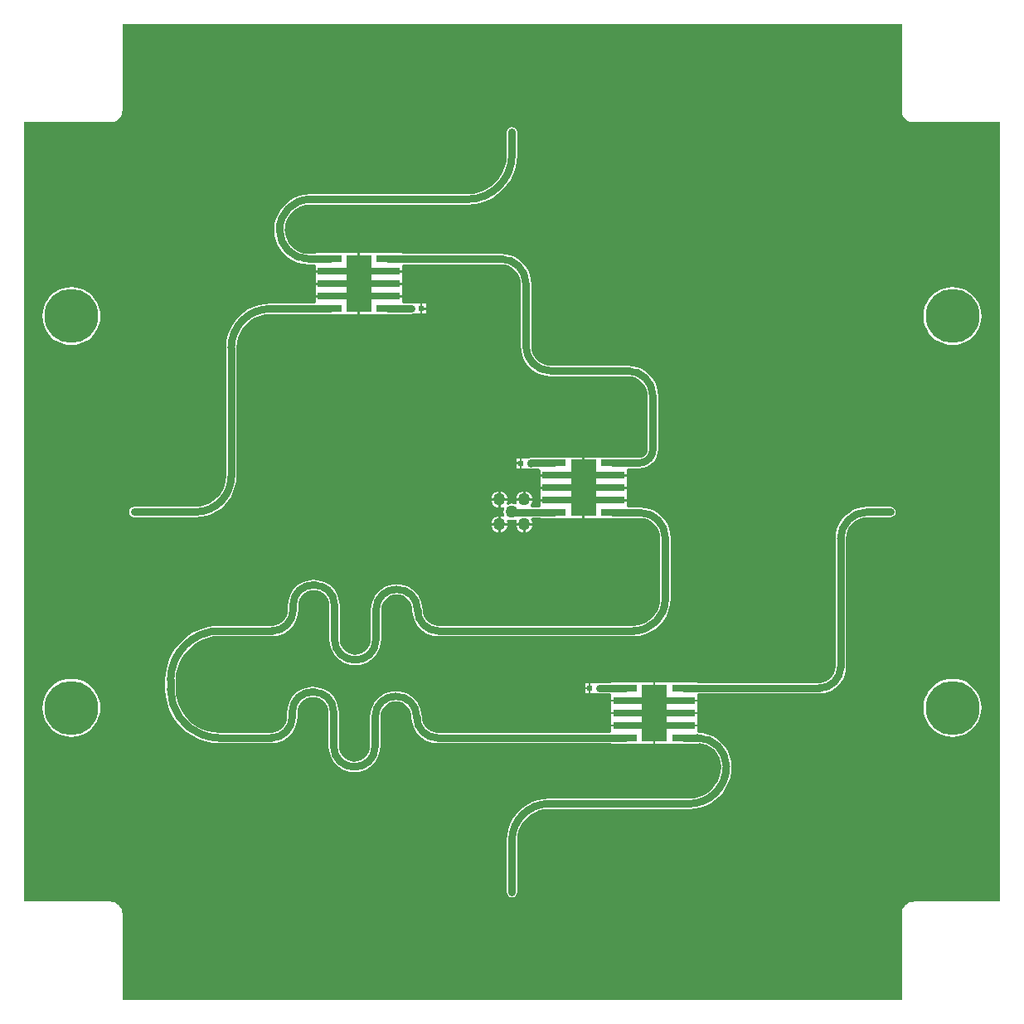
<source format=gbl>
G04*
G04 #@! TF.GenerationSoftware,Altium Limited,Altium Designer,22.1.2 (22)*
G04*
G04 Layer_Physical_Order=2*
G04 Layer_Color=16711680*
%FSLAX25Y25*%
%MOIN*%
G70*
G04*
G04 #@! TF.SameCoordinates,A02CA134-AAF4-468B-A2AC-DD95B3683172*
G04*
G04*
G04 #@! TF.FilePolarity,Positive*
G04*
G01*
G75*
%ADD18C,0.02900*%
%ADD19C,0.05000*%
%ADD20C,0.21654*%
%ADD21C,0.02362*%
%ADD22C,0.02900*%
%ADD23R,0.09500X0.03000*%
%ADD24R,0.10000X0.23000*%
%ADD25R,0.01968X0.02362*%
%ADD26C,0.02568*%
G36*
X353578Y357718D02*
X353582Y357698D01*
X353579Y357679D01*
X353598Y357293D01*
X353612Y357235D01*
Y357175D01*
X353763Y356419D01*
X353793Y356346D01*
X353809Y356268D01*
X354104Y355555D01*
X354148Y355489D01*
X354178Y355416D01*
X354607Y354774D01*
X354663Y354718D01*
X354707Y354653D01*
X355252Y354107D01*
X355318Y354063D01*
X355374Y354007D01*
X356016Y353578D01*
X356089Y353548D01*
X356155Y353504D01*
X356868Y353209D01*
X356945Y353193D01*
X357018Y353163D01*
X357775Y353013D01*
X357835D01*
X357892Y352998D01*
X358278Y352979D01*
X358298Y352982D01*
X358318Y352978D01*
X392948D01*
Y39623D01*
X358318D01*
X358298Y39619D01*
X358278Y39622D01*
X357892Y39603D01*
X357835Y39589D01*
X357775D01*
X357018Y39438D01*
X356945Y39408D01*
X356868Y39393D01*
X356155Y39097D01*
X356089Y39053D01*
X356016Y39023D01*
X355374Y38594D01*
X355318Y38538D01*
X355252Y38494D01*
X354707Y37949D01*
X354663Y37883D01*
X354607Y37827D01*
X354178Y37185D01*
X354148Y37112D01*
X354104Y37047D01*
X353809Y36333D01*
X353793Y36256D01*
X353763Y36183D01*
X353612Y35426D01*
Y35366D01*
X353598Y35309D01*
X353579Y34923D01*
X353582Y34903D01*
X353578Y34883D01*
Y253D01*
X40223D01*
Y34883D01*
X40219Y34903D01*
X40222Y34923D01*
X40203Y35309D01*
X40189Y35366D01*
Y35426D01*
X40038Y36183D01*
X40008Y36256D01*
X39992Y36333D01*
X39697Y37047D01*
X39653Y37112D01*
X39623Y37185D01*
X39194Y37827D01*
X39138Y37883D01*
X39094Y37949D01*
X38548Y38494D01*
X38483Y38538D01*
X38427Y38594D01*
X37785Y39023D01*
X37712Y39053D01*
X37646Y39097D01*
X36933Y39393D01*
X36856Y39408D01*
X36783Y39438D01*
X36026Y39589D01*
X35966D01*
X35908Y39603D01*
X35522Y39622D01*
X35503Y39619D01*
X35483Y39623D01*
X853D01*
Y352978D01*
X35483D01*
X35503Y352982D01*
X35522Y352979D01*
X35908Y352998D01*
X35966Y353013D01*
X36026D01*
X36783Y353163D01*
X36856Y353193D01*
X36933Y353209D01*
X37646Y353504D01*
X37712Y353548D01*
X37785Y353578D01*
X38427Y354007D01*
X38483Y354063D01*
X38548Y354107D01*
X39094Y354653D01*
X39138Y354718D01*
X39194Y354774D01*
X39623Y355416D01*
X39653Y355489D01*
X39697Y355555D01*
X39992Y356268D01*
X40008Y356346D01*
X40038Y356419D01*
X40189Y357175D01*
Y357235D01*
X40203Y357293D01*
X40222Y357679D01*
X40219Y357698D01*
X40223Y357718D01*
Y392348D01*
X353578D01*
Y357718D01*
D02*
G37*
%LPC*%
G36*
X196850Y351093D02*
X196050Y350933D01*
X195371Y350480D01*
X194917Y349801D01*
X194758Y349000D01*
Y346129D01*
Y339882D01*
X194786Y339741D01*
X194602Y337406D01*
X194022Y334991D01*
X193072Y332696D01*
X191774Y330578D01*
X190161Y328689D01*
X188272Y327076D01*
X186155Y325779D01*
X183860Y324828D01*
X181445Y324248D01*
X179109Y324064D01*
X178969Y324093D01*
X115738D01*
Y324097D01*
X113486Y323919D01*
X111288Y323392D01*
X109201Y322527D01*
X107274Y321346D01*
X105555Y319879D01*
X104088Y318160D01*
X102907Y316234D01*
X102042Y314146D01*
X101515Y311949D01*
X101338Y309698D01*
X101339Y309697D01*
X101400Y308934D01*
X101509Y307539D01*
X102015Y305435D01*
X102843Y303435D01*
X103973Y301590D01*
X105379Y299945D01*
X107025Y298539D01*
X108870Y297408D01*
X110869Y296580D01*
X112973Y296075D01*
X115131Y295905D01*
X115161Y295907D01*
X117516D01*
X117950Y295300D01*
X117950Y294975D01*
Y293400D01*
X123500D01*
Y292600D01*
X117950D01*
Y291087D01*
X117950Y290500D01*
X117950Y289913D01*
Y288400D01*
X123500D01*
Y287600D01*
X117950D01*
Y286087D01*
X117950Y285500D01*
X117950Y284913D01*
Y283400D01*
X123500D01*
Y282600D01*
X117950D01*
Y281025D01*
X117950Y280700D01*
X117516Y280093D01*
X99769D01*
X99754Y280089D01*
X97438Y279938D01*
X95146Y279482D01*
X92934Y278731D01*
X90839Y277698D01*
X88897Y276400D01*
X87140Y274860D01*
X85600Y273103D01*
X84302Y271161D01*
X83269Y269066D01*
X82518Y266854D01*
X82062Y264562D01*
X81911Y262246D01*
X81907Y262231D01*
Y210641D01*
X81928Y210540D01*
X81784Y208720D01*
X81335Y206847D01*
X80598Y205067D01*
X79591Y203425D01*
X78340Y201959D01*
X76875Y200708D01*
X75232Y199702D01*
X73452Y198965D01*
X71579Y198515D01*
X69760Y198372D01*
X69658Y198392D01*
X45000D01*
X44199Y198232D01*
X43520Y197779D01*
X43067Y197100D01*
X42908Y196299D01*
X43067Y195499D01*
X43520Y194820D01*
X44199Y194366D01*
X45000Y194207D01*
X69658D01*
X69696Y194214D01*
X71803Y194352D01*
X73911Y194772D01*
X75946Y195462D01*
X77873Y196413D01*
X79660Y197607D01*
X81275Y199024D01*
X82692Y200639D01*
X83886Y202426D01*
X84837Y204354D01*
X85528Y206389D01*
X85947Y208496D01*
X86085Y210603D01*
X86093Y210641D01*
Y262231D01*
X86069Y262348D01*
X86229Y264376D01*
X86731Y266468D01*
X87554Y268455D01*
X88678Y270289D01*
X90075Y271925D01*
X91711Y273322D01*
X93545Y274446D01*
X95532Y275269D01*
X97624Y275771D01*
X99652Y275931D01*
X99769Y275907D01*
X118100D01*
Y275700D01*
X128663D01*
X129200Y275700D01*
X129987Y275700D01*
X134850D01*
Y288000D01*
Y300300D01*
X129987D01*
X129450Y300300D01*
X128663Y300300D01*
X118100D01*
Y300093D01*
X115157D01*
X115025Y300066D01*
X113250Y300241D01*
X111442Y300790D01*
X109775Y301681D01*
X108314Y302880D01*
X107115Y304341D01*
X106224Y306007D01*
X105675Y307816D01*
X105566Y308926D01*
X105527Y309697D01*
X105527Y309697D01*
X105527Y309698D01*
X105563Y310469D01*
X105684Y311696D01*
X106267Y313619D01*
X107215Y315391D01*
X108490Y316945D01*
X110043Y318219D01*
X111816Y319167D01*
X113739Y319750D01*
X115605Y319934D01*
X115738Y319907D01*
X178969D01*
Y319905D01*
X181576Y320076D01*
X184139Y320586D01*
X186614Y321426D01*
X188957Y322581D01*
X191130Y324033D01*
X193094Y325756D01*
X194817Y327721D01*
X196269Y329893D01*
X197425Y332237D01*
X198265Y334711D01*
X198775Y337274D01*
X198945Y339882D01*
X198943D01*
Y346129D01*
Y349000D01*
X198784Y349801D01*
X198330Y350480D01*
X197651Y350933D01*
X196850Y351093D01*
D02*
G37*
G36*
X141250Y300300D02*
X140663Y300300D01*
X135650D01*
Y288000D01*
Y275700D01*
X140663D01*
X141250Y275700D01*
X141837Y275700D01*
X152550D01*
Y275907D01*
X156500D01*
X157060Y276019D01*
X158284Y276019D01*
X159072Y276019D01*
X160037D01*
Y278000D01*
Y279981D01*
X159072D01*
X158653Y279981D01*
X157865Y279981D01*
X157060D01*
X156500Y280093D01*
X152984D01*
X152550Y280700D01*
X152550Y281087D01*
Y282600D01*
X147000D01*
Y283400D01*
X152550D01*
Y284913D01*
X152550Y285500D01*
X152550Y286087D01*
Y287600D01*
X147000D01*
Y288400D01*
X152550D01*
Y289913D01*
X152550Y290500D01*
X152550Y291087D01*
Y292600D01*
X147000D01*
Y293400D01*
X152550D01*
Y294913D01*
X152550Y295300D01*
X152984Y295907D01*
X192500D01*
X192596Y295926D01*
X194048Y295783D01*
X195537Y295332D01*
X196909Y294599D01*
X198112Y293612D01*
X199099Y292409D01*
X199832Y291037D01*
X200284Y289548D01*
X200427Y288096D01*
X200408Y288000D01*
Y263000D01*
X200412Y262976D01*
X200559Y261109D01*
X201002Y259264D01*
X201728Y257511D01*
X202719Y255894D01*
X203951Y254451D01*
X205394Y253219D01*
X207012Y252228D01*
X208764Y251502D01*
X210609Y251059D01*
X212475Y250912D01*
X212500Y250907D01*
X243500D01*
X243596Y250926D01*
X245048Y250783D01*
X246537Y250332D01*
X247909Y249599D01*
X249112Y248612D01*
X250098Y247409D01*
X250832Y246037D01*
X251284Y244548D01*
X251427Y243096D01*
X251408Y243000D01*
Y221500D01*
X251419Y221440D01*
X251310Y220607D01*
X250965Y219774D01*
X250416Y219059D01*
X249701Y218511D01*
X248869Y218166D01*
X248036Y218056D01*
X247976Y218068D01*
X242909D01*
Y218276D01*
X232196D01*
X231609Y218276D01*
X231021Y218276D01*
X226009D01*
Y205976D01*
Y193676D01*
X231021D01*
X231609Y193676D01*
X232196Y193676D01*
X242909D01*
Y193883D01*
X248500D01*
X248596Y193902D01*
X250048Y193759D01*
X251537Y193308D01*
X252909Y192574D01*
X254112Y191587D01*
X255099Y190385D01*
X255832Y189013D01*
X256283Y187524D01*
X256427Y186071D01*
X256407Y185976D01*
Y161293D01*
X256424Y161209D01*
X256299Y159615D01*
X255906Y157979D01*
X255262Y156424D01*
X254383Y154990D01*
X253290Y153710D01*
X252010Y152617D01*
X250576Y151738D01*
X249021Y151094D01*
X247385Y150701D01*
X245791Y150576D01*
X245707Y150593D01*
X167236D01*
X167167Y150579D01*
X166013Y150692D01*
X164837Y151049D01*
X163753Y151629D01*
X162803Y152408D01*
X162023Y153358D01*
X161444Y154442D01*
X161087Y155618D01*
X160974Y156773D01*
X160987Y156841D01*
Y156842D01*
X160974Y156909D01*
X160851Y158472D01*
X160469Y160063D01*
X159843Y161575D01*
X158988Y162970D01*
X157925Y164214D01*
X156681Y165276D01*
X155287Y166131D01*
X153775Y166757D01*
X152184Y167139D01*
X150553Y167267D01*
X148922Y167139D01*
X147332Y166757D01*
X145820Y166131D01*
X144425Y165276D01*
X143181Y164214D01*
X142119Y162970D01*
X141264Y161575D01*
X140638Y160063D01*
X140256Y158472D01*
X140133Y156909D01*
X140120Y156842D01*
Y145165D01*
X140133Y145096D01*
X140019Y143941D01*
X139663Y142765D01*
X139083Y141682D01*
X138304Y140732D01*
X137354Y139952D01*
X136270Y139372D01*
X135094Y139016D01*
X133871Y138895D01*
X132648Y139016D01*
X131471Y139372D01*
X130387Y139952D01*
X129437Y140732D01*
X128658Y141682D01*
X128078Y142765D01*
X127722Y143941D01*
X127608Y145096D01*
X127622Y145165D01*
Y158631D01*
X127608Y158698D01*
X127485Y160262D01*
X127103Y161853D01*
X126477Y163364D01*
X125622Y164759D01*
X124560Y166003D01*
X123316Y167066D01*
X121921Y167920D01*
X120410Y168546D01*
X118819Y168928D01*
X117188Y169057D01*
X115557Y168928D01*
X113966Y168546D01*
X112455Y167920D01*
X111060Y167066D01*
X109816Y166003D01*
X108753Y164759D01*
X107898Y163364D01*
X107272Y161853D01*
X106890Y160262D01*
X106767Y158698D01*
X106754Y158631D01*
Y156841D01*
X106768Y156773D01*
X106654Y155618D01*
X106297Y154442D01*
X105718Y153358D01*
X104938Y152408D01*
X103988Y151629D01*
X102904Y151049D01*
X101728Y150692D01*
X100574Y150579D01*
X100505Y150593D01*
X79445D01*
Y150599D01*
X76584Y150412D01*
X73771Y149852D01*
X71056Y148931D01*
X68484Y147662D01*
X66100Y146069D01*
X63944Y144178D01*
X62053Y142023D01*
X60460Y139638D01*
X59192Y137066D01*
X58270Y134351D01*
X57711Y131539D01*
X57523Y128677D01*
X57530D01*
Y125085D01*
X57524D01*
X57709Y122254D01*
X58263Y119473D01*
X59174Y116787D01*
X60429Y114243D01*
X62005Y111885D01*
X63875Y109752D01*
X66007Y107882D01*
X68365Y106306D01*
X70855Y105079D01*
X70909Y105052D01*
X71437Y104859D01*
X71472Y104835D01*
X71536Y104823D01*
X71536Y104823D01*
X71652Y104800D01*
X73595Y104140D01*
X76377Y103587D01*
X79207Y103401D01*
Y103408D01*
X100170D01*
X100238Y103421D01*
X101801Y103544D01*
X103392Y103926D01*
X104904Y104552D01*
X106298Y105407D01*
X107543Y106469D01*
X108605Y107713D01*
X109460Y109108D01*
X110086Y110620D01*
X110468Y112210D01*
X110591Y113774D01*
X110604Y113841D01*
Y115631D01*
X110591Y115700D01*
X110704Y116854D01*
X111061Y118030D01*
X111640Y119114D01*
X112420Y120064D01*
X113370Y120844D01*
X114454Y121423D01*
X115630Y121780D01*
X116853Y121900D01*
X118076Y121780D01*
X119252Y121423D01*
X120336Y120844D01*
X121286Y120064D01*
X122066Y119114D01*
X122645Y118030D01*
X123002Y116854D01*
X123116Y115700D01*
X123102Y115631D01*
Y102172D01*
X123115Y102105D01*
X123239Y100541D01*
X123620Y98950D01*
X124247Y97439D01*
X125101Y96044D01*
X126164Y94800D01*
X127408Y93737D01*
X128803Y92883D01*
X130314Y92256D01*
X131905Y91874D01*
X133536Y91746D01*
X135167Y91874D01*
X136758Y92256D01*
X138269Y92883D01*
X139664Y93737D01*
X140908Y94800D01*
X141971Y96044D01*
X142825Y97439D01*
X143451Y98950D01*
X143833Y100541D01*
X143956Y102105D01*
X143970Y102172D01*
Y113841D01*
X143956Y113910D01*
X144070Y115065D01*
X144427Y116241D01*
X145006Y117324D01*
X145786Y118274D01*
X146736Y119054D01*
X147819Y119633D01*
X148996Y119990D01*
X150219Y120111D01*
X151442Y119990D01*
X152618Y119633D01*
X153702Y119054D01*
X154652Y118274D01*
X155431Y117324D01*
X156011Y116241D01*
X156368Y115065D01*
X156481Y113910D01*
X156467Y113841D01*
Y113841D01*
X156481Y113774D01*
X156604Y112210D01*
X156986Y110620D01*
X157612Y109108D01*
X158467Y107713D01*
X159529Y106469D01*
X160773Y105407D01*
X162168Y104552D01*
X163680Y103926D01*
X165270Y103544D01*
X166834Y103421D01*
X166901Y103408D01*
X236700D01*
Y103200D01*
X247413D01*
X248000Y103200D01*
X248587Y103200D01*
X253600D01*
Y115500D01*
Y127800D01*
X248587D01*
X248000Y127800D01*
X247413Y127800D01*
X236700D01*
Y127593D01*
X231968D01*
X231409Y127481D01*
X230184Y127481D01*
X229397Y127481D01*
X228432D01*
Y125500D01*
Y123519D01*
X229397D01*
X229816Y123519D01*
X230603Y123519D01*
X231409D01*
X231968Y123407D01*
X236266D01*
X236700Y122800D01*
X236700Y122413D01*
Y120900D01*
X242250D01*
Y120100D01*
X236700D01*
Y118587D01*
X236700Y118000D01*
X236700Y117413D01*
Y115900D01*
X242250D01*
Y115100D01*
X236700D01*
Y113587D01*
X236700Y113000D01*
X236700Y112413D01*
Y110900D01*
X242250D01*
Y110100D01*
X236700D01*
Y108587D01*
X236700Y108200D01*
X236266Y107592D01*
X166901D01*
X166833Y107579D01*
X165678Y107693D01*
X164502Y108049D01*
X163418Y108629D01*
X162468Y109408D01*
X161689Y110358D01*
X161109Y111442D01*
X160752Y112618D01*
X160639Y113773D01*
X160652Y113841D01*
Y113841D01*
X160639Y113909D01*
X160516Y115472D01*
X160134Y117063D01*
X159508Y118575D01*
X158653Y119970D01*
X157591Y121214D01*
X156347Y122276D01*
X154952Y123131D01*
X153440Y123757D01*
X151850Y124139D01*
X150219Y124267D01*
X148588Y124139D01*
X146997Y123757D01*
X145485Y123131D01*
X144090Y122276D01*
X142847Y121214D01*
X141784Y119970D01*
X140929Y118575D01*
X140303Y117063D01*
X139921Y115472D01*
X139798Y113909D01*
X139785Y113841D01*
Y102172D01*
X139798Y102103D01*
X139685Y100949D01*
X139328Y99773D01*
X138749Y98689D01*
X137969Y97739D01*
X137019Y96959D01*
X135935Y96380D01*
X134759Y96023D01*
X133536Y95903D01*
X132313Y96023D01*
X131137Y96380D01*
X130053Y96959D01*
X129103Y97739D01*
X128323Y98689D01*
X127744Y99773D01*
X127387Y100949D01*
X127273Y102103D01*
X127287Y102172D01*
Y115631D01*
X127274Y115698D01*
X127151Y117262D01*
X126769Y118853D01*
X126143Y120364D01*
X125288Y121759D01*
X124225Y123003D01*
X122981Y124066D01*
X121586Y124920D01*
X120075Y125547D01*
X118484Y125928D01*
X116853Y126057D01*
X115222Y125928D01*
X113631Y125547D01*
X112120Y124920D01*
X110725Y124066D01*
X109481Y123003D01*
X108419Y121759D01*
X107564Y120364D01*
X106938Y118853D01*
X106556Y117262D01*
X106433Y115698D01*
X106419Y115631D01*
Y113841D01*
X106433Y113773D01*
X106319Y112618D01*
X105963Y111442D01*
X105383Y110358D01*
X104604Y109408D01*
X103654Y108629D01*
X102570Y108049D01*
X101393Y107693D01*
X100239Y107579D01*
X100170Y107592D01*
X79207D01*
X79102Y107572D01*
X76920Y107715D01*
X74673Y108162D01*
X72502Y108898D01*
X70447Y109912D01*
X68542Y111185D01*
X66819Y112696D01*
X65308Y114419D01*
X64034Y116325D01*
X63021Y118380D01*
X62284Y120550D01*
X61837Y122798D01*
X61694Y124980D01*
X61715Y125085D01*
Y128677D01*
X61694Y128784D01*
X61839Y130995D01*
X62292Y133273D01*
X63038Y135473D01*
X64066Y137557D01*
X65356Y139488D01*
X66888Y141234D01*
X68634Y142766D01*
X70566Y144057D01*
X72649Y145084D01*
X74849Y145831D01*
X77127Y146284D01*
X79338Y146429D01*
X79445Y146407D01*
X100505D01*
X100572Y146421D01*
X102136Y146544D01*
X103727Y146926D01*
X105238Y147552D01*
X106633Y148407D01*
X107877Y149469D01*
X108940Y150713D01*
X109794Y152108D01*
X110421Y153620D01*
X110802Y155210D01*
X110926Y156774D01*
X110939Y156841D01*
Y158631D01*
X110925Y158700D01*
X111039Y159854D01*
X111396Y161030D01*
X111975Y162114D01*
X112755Y163064D01*
X113705Y163844D01*
X114789Y164423D01*
X115965Y164780D01*
X117188Y164900D01*
X118411Y164780D01*
X119587Y164423D01*
X120671Y163844D01*
X121621Y163064D01*
X122400Y162114D01*
X122980Y161030D01*
X123337Y159854D01*
X123450Y158700D01*
X123437Y158631D01*
Y145165D01*
X123450Y145097D01*
X123573Y143534D01*
X123955Y141943D01*
X124581Y140431D01*
X125436Y139036D01*
X126498Y137792D01*
X127742Y136730D01*
X129137Y135875D01*
X130649Y135249D01*
X132240Y134867D01*
X133871Y134739D01*
X135502Y134867D01*
X137092Y135249D01*
X138604Y135875D01*
X139999Y136730D01*
X141243Y137792D01*
X142305Y139036D01*
X143160Y140431D01*
X143786Y141943D01*
X144168Y143534D01*
X144291Y145097D01*
X144304Y145165D01*
Y156842D01*
X144291Y156910D01*
X144404Y158065D01*
X144761Y159241D01*
X145341Y160325D01*
X146120Y161275D01*
X147070Y162054D01*
X148154Y162634D01*
X149330Y162990D01*
X150553Y163111D01*
X151776Y162990D01*
X152952Y162634D01*
X154036Y162054D01*
X154986Y161275D01*
X155766Y160325D01*
X156345Y159241D01*
X156702Y158065D01*
X156816Y156910D01*
X156802Y156842D01*
Y156841D01*
X156816Y156774D01*
X156939Y155210D01*
X157320Y153620D01*
X157947Y152108D01*
X158801Y150713D01*
X159864Y149469D01*
X161108Y148407D01*
X162503Y147552D01*
X164014Y146926D01*
X165605Y146544D01*
X167169Y146421D01*
X167236Y146407D01*
X245707D01*
Y146402D01*
X248037Y146585D01*
X250309Y147131D01*
X252467Y148025D01*
X254460Y149246D01*
X256237Y150763D01*
X257754Y152540D01*
X258975Y154533D01*
X259869Y156691D01*
X260415Y158963D01*
X260598Y161293D01*
X260593D01*
Y185976D01*
X260588Y186000D01*
X260441Y187867D01*
X259998Y189712D01*
X259272Y191464D01*
X258281Y193082D01*
X257049Y194524D01*
X255606Y195756D01*
X253989Y196748D01*
X252236Y197474D01*
X250391Y197916D01*
X248524Y198063D01*
X248500Y198068D01*
X243343D01*
X242909Y198676D01*
X242909Y199063D01*
Y200576D01*
X237359D01*
Y201376D01*
X242909D01*
Y202888D01*
X242909Y203476D01*
X242909Y204063D01*
Y205576D01*
X237359D01*
Y206376D01*
X242909D01*
Y207888D01*
X242909Y208476D01*
X242909Y209063D01*
Y210576D01*
X237359D01*
Y211376D01*
X242909D01*
Y212888D01*
X242909Y213276D01*
X243343Y213883D01*
X247976D01*
X248011Y213890D01*
X249461Y214033D01*
X250889Y214466D01*
X252205Y215170D01*
X253359Y216117D01*
X254306Y217270D01*
X255009Y218587D01*
X255443Y220015D01*
X255585Y221465D01*
X255592Y221500D01*
Y243000D01*
X255588Y243024D01*
X255441Y244891D01*
X254998Y246736D01*
X254272Y248488D01*
X253281Y250106D01*
X252049Y251549D01*
X250606Y252781D01*
X248989Y253772D01*
X247236Y254498D01*
X245391Y254941D01*
X243525Y255088D01*
X243500Y255093D01*
X212500D01*
X212404Y255073D01*
X210952Y255217D01*
X209463Y255668D01*
X208091Y256401D01*
X206888Y257388D01*
X205902Y258591D01*
X205168Y259963D01*
X204716Y261452D01*
X204573Y262904D01*
X204592Y263000D01*
Y288000D01*
X204588Y288024D01*
X204441Y289891D01*
X203998Y291736D01*
X203272Y293489D01*
X202281Y295106D01*
X201049Y296549D01*
X199606Y297781D01*
X197988Y298772D01*
X196236Y299498D01*
X194391Y299941D01*
X192525Y300088D01*
X192500Y300093D01*
X152550D01*
Y300300D01*
X141837D01*
X141250Y300300D01*
D02*
G37*
G36*
X160837Y279981D02*
Y278400D01*
X162221D01*
Y279981D01*
X160837D01*
D02*
G37*
G36*
X162221Y277600D02*
X160837D01*
Y276019D01*
X162221D01*
Y277600D01*
D02*
G37*
G36*
X19737Y286703D02*
X17912Y286560D01*
X16132Y286133D01*
X14442Y285432D01*
X12881Y284476D01*
X11490Y283288D01*
X10301Y281896D01*
X9345Y280336D01*
X8645Y278645D01*
X8217Y276865D01*
X8074Y275041D01*
X8217Y273216D01*
X8645Y271437D01*
X9345Y269746D01*
X10301Y268186D01*
X11490Y266794D01*
X12881Y265605D01*
X14442Y264649D01*
X16132Y263949D01*
X17912Y263522D01*
X19737Y263378D01*
X21561Y263522D01*
X23340Y263949D01*
X25031Y264649D01*
X26592Y265605D01*
X27983Y266794D01*
X29172Y268186D01*
X30128Y269746D01*
X30828Y271437D01*
X31256Y273216D01*
X31399Y275041D01*
X31256Y276865D01*
X30828Y278645D01*
X30128Y280336D01*
X29172Y281896D01*
X27983Y283288D01*
X26592Y284476D01*
X25031Y285432D01*
X23340Y286133D01*
X21561Y286560D01*
X19737Y286703D01*
D02*
G37*
G36*
X373964Y286703D02*
X372140Y286560D01*
X370360Y286133D01*
X368669Y285432D01*
X367109Y284476D01*
X365717Y283288D01*
X364529Y281896D01*
X363573Y280336D01*
X362872Y278645D01*
X362445Y276865D01*
X362301Y275041D01*
X362445Y273216D01*
X362872Y271437D01*
X363573Y269746D01*
X364529Y268186D01*
X365717Y266794D01*
X367109Y265605D01*
X368669Y264649D01*
X370360Y263949D01*
X372140Y263522D01*
X373964Y263378D01*
X375789Y263522D01*
X377568Y263949D01*
X379259Y264649D01*
X380819Y265605D01*
X382211Y266794D01*
X383400Y268186D01*
X384356Y269746D01*
X385056Y271437D01*
X385483Y273216D01*
X385627Y275041D01*
X385483Y276865D01*
X385056Y278645D01*
X384356Y280336D01*
X383400Y281896D01*
X382211Y283288D01*
X380819Y284476D01*
X379259Y285432D01*
X377568Y286133D01*
X375789Y286560D01*
X373964Y286703D01*
D02*
G37*
G36*
X219609Y218276D02*
X219022Y218276D01*
X208309D01*
Y218068D01*
X204377D01*
X203576Y217909D01*
X203517Y217869D01*
X202591Y217869D01*
X201803Y217869D01*
X200838D01*
Y215888D01*
Y213907D01*
X201803D01*
X202222Y213907D01*
X203010Y213907D01*
X203815D01*
X204375Y213795D01*
X204817Y213883D01*
X207875D01*
X208309Y213276D01*
X208309Y212888D01*
Y211376D01*
X213859D01*
Y210576D01*
X208309D01*
Y209063D01*
X208309Y208476D01*
X208309Y207888D01*
Y206376D01*
X213859D01*
Y205576D01*
X208309D01*
Y204063D01*
X208309Y203476D01*
X208309Y202888D01*
Y201376D01*
X213859D01*
Y200576D01*
X208309D01*
Y199063D01*
X208309Y198676D01*
X207706Y198231D01*
X204564D01*
X204320Y198717D01*
X204258Y199018D01*
X204733Y199636D01*
X205065Y200439D01*
X205126Y200901D01*
X201850D01*
X198574D01*
X198635Y200439D01*
X198881Y199845D01*
X198306Y199270D01*
X197712Y199516D01*
X196850Y199629D01*
X195989Y199516D01*
X195395Y199270D01*
X194819Y199845D01*
X195065Y200439D01*
X195126Y200901D01*
X192250D01*
Y198025D01*
X192712Y198086D01*
X193306Y198332D01*
X193881Y197756D01*
X193635Y197162D01*
X193522Y196301D01*
X193635Y195439D01*
X193881Y194845D01*
X193306Y194270D01*
X192712Y194516D01*
X192250Y194577D01*
Y191701D01*
X195126D01*
X195065Y192162D01*
X194819Y192756D01*
X195395Y193332D01*
X195989Y193086D01*
X196850Y192972D01*
X197712Y193086D01*
X198306Y193332D01*
X198881Y192756D01*
X198635Y192162D01*
X198574Y191701D01*
X201850D01*
X205126D01*
X205065Y192162D01*
X204733Y192965D01*
X204508Y193258D01*
X204896Y194046D01*
X208309D01*
Y193676D01*
X219022D01*
X219609Y193676D01*
X220196Y193676D01*
X225209D01*
Y205976D01*
Y218276D01*
X220196D01*
X219609Y218276D01*
D02*
G37*
G36*
X200038Y217869D02*
X198653D01*
Y216288D01*
X200038D01*
Y217869D01*
D02*
G37*
G36*
Y215488D02*
X198653D01*
Y213907D01*
X200038D01*
Y215488D01*
D02*
G37*
G36*
X202250Y204576D02*
Y201701D01*
X205126D01*
X205065Y202162D01*
X204733Y202965D01*
X204204Y203654D01*
X203515Y204183D01*
X202712Y204516D01*
X202250Y204576D01*
D02*
G37*
G36*
X201450Y204576D02*
X200989Y204516D01*
X200186Y204183D01*
X199497Y203654D01*
X198968Y202965D01*
X198635Y202162D01*
X198574Y201701D01*
X201450D01*
Y204576D01*
D02*
G37*
G36*
X192250D02*
Y201701D01*
X195126D01*
X195065Y202162D01*
X194733Y202965D01*
X194204Y203654D01*
X193515Y204183D01*
X192712Y204516D01*
X192250Y204576D01*
D02*
G37*
G36*
X191450D02*
X190989Y204516D01*
X190186Y204183D01*
X189497Y203654D01*
X188968Y202965D01*
X188635Y202162D01*
X188575Y201701D01*
X191450D01*
Y204576D01*
D02*
G37*
G36*
X191850Y201301D02*
D01*
D01*
D01*
D02*
G37*
G36*
X191450Y200901D02*
X188575D01*
X188635Y200439D01*
X188968Y199636D01*
X189497Y198947D01*
X190186Y198418D01*
X190989Y198086D01*
X191450Y198025D01*
Y200901D01*
D02*
G37*
G36*
X349000Y198392D02*
X339799D01*
X339795Y198391D01*
X337783Y198232D01*
X335816Y197760D01*
X333947Y196986D01*
X332222Y195929D01*
X330684Y194615D01*
X329370Y193077D01*
X328313Y191352D01*
X327539Y189484D01*
X327067Y187517D01*
X326908Y185504D01*
X326907Y185500D01*
Y134000D01*
X326922Y133929D01*
X326805Y132746D01*
X326439Y131540D01*
X325845Y130428D01*
X325046Y129454D01*
X324072Y128655D01*
X322960Y128061D01*
X321754Y127695D01*
X320571Y127578D01*
X320500Y127593D01*
X271450D01*
Y127800D01*
X260587D01*
X259800Y127800D01*
X259562Y127800D01*
X254400D01*
Y115500D01*
Y103200D01*
X259562D01*
X260350Y103200D01*
X260587Y103200D01*
X271450D01*
Y103200D01*
X272237Y103371D01*
X273353Y103261D01*
X275135Y102720D01*
X276778Y101842D01*
X278217Y100661D01*
X279399Y99222D01*
X280276Y97579D01*
X280817Y95797D01*
X280988Y94065D01*
X280964Y93944D01*
X280985Y93836D01*
X280835Y91929D01*
X280363Y89963D01*
X279590Y88096D01*
X278534Y86372D01*
X277221Y84835D01*
X275684Y83523D01*
X273960Y82467D01*
X272093Y81693D01*
X270127Y81221D01*
X268220Y81071D01*
X268112Y81093D01*
X211693D01*
X211664Y81087D01*
X209483Y80944D01*
X207311Y80512D01*
X205214Y79800D01*
X203228Y78820D01*
X201386Y77590D01*
X199721Y76129D01*
X198261Y74464D01*
X197030Y72623D01*
X196051Y70636D01*
X195339Y68539D01*
X194907Y66367D01*
X194764Y64187D01*
X194758Y64157D01*
Y46511D01*
Y43500D01*
X194917Y42699D01*
X195371Y42020D01*
X196050Y41567D01*
X196850Y41407D01*
X197651Y41567D01*
X198330Y42020D01*
X198784Y42699D01*
X198943Y43500D01*
Y46511D01*
Y64157D01*
X198922Y64264D01*
X199071Y66156D01*
X199539Y68106D01*
X200306Y69959D01*
X201354Y71669D01*
X202656Y73194D01*
X204181Y74496D01*
X205891Y75544D01*
X207744Y76312D01*
X209694Y76780D01*
X211587Y76929D01*
X211693Y76907D01*
X268112D01*
X268140Y76913D01*
X270336Y77057D01*
X272521Y77492D01*
X274630Y78208D01*
X276629Y79193D01*
X278481Y80431D01*
X280156Y81900D01*
X281625Y83575D01*
X282863Y85427D01*
X283848Y87426D01*
X284564Y89535D01*
X284999Y91721D01*
X285143Y93916D01*
X285149Y93944D01*
X285151D01*
X284982Y96079D01*
X284482Y98162D01*
X283663Y100141D01*
X282543Y101967D01*
X281152Y103596D01*
X279524Y104987D01*
X277697Y106106D01*
X275718Y106926D01*
X273635Y107426D01*
X271701Y107579D01*
X271399Y108047D01*
X271300Y108525D01*
Y110100D01*
X265750D01*
Y110900D01*
X271300D01*
Y112413D01*
X271300Y113000D01*
X271300Y113587D01*
Y115100D01*
X265750D01*
Y115900D01*
X271300D01*
Y117413D01*
X271300Y118000D01*
X271300Y118587D01*
Y120100D01*
X265750D01*
Y120900D01*
X271300D01*
Y122475D01*
X271394Y122932D01*
X271734Y123407D01*
X320500D01*
X320563Y123420D01*
X322156Y123545D01*
X323771Y123933D01*
X325305Y124569D01*
X326722Y125437D01*
X327985Y126515D01*
X329063Y127778D01*
X329931Y129195D01*
X330567Y130729D01*
X330955Y132344D01*
X331080Y133937D01*
X331093Y134000D01*
Y185500D01*
X331071Y185609D01*
X331228Y187205D01*
X331725Y188844D01*
X332533Y190355D01*
X333620Y191679D01*
X334944Y192766D01*
X336455Y193574D01*
X338094Y194071D01*
X339691Y194228D01*
X339799Y194207D01*
X349000D01*
X349801Y194366D01*
X350480Y194820D01*
X350933Y195499D01*
X351093Y196299D01*
X350933Y197100D01*
X350480Y197779D01*
X349801Y198232D01*
X349000Y198392D01*
D02*
G37*
G36*
X191450Y194577D02*
X190989Y194516D01*
X190186Y194183D01*
X189497Y193654D01*
X188968Y192965D01*
X188635Y192162D01*
X188575Y191701D01*
X191450D01*
Y194577D01*
D02*
G37*
G36*
X205126Y190901D02*
X202250D01*
Y188025D01*
X202712Y188086D01*
X203515Y188418D01*
X204204Y188947D01*
X204733Y189636D01*
X205065Y190439D01*
X205126Y190901D01*
D02*
G37*
G36*
X195126D02*
X192250D01*
Y188025D01*
X192712Y188086D01*
X193515Y188418D01*
X194204Y188947D01*
X194733Y189636D01*
X195065Y190439D01*
X195126Y190901D01*
D02*
G37*
G36*
X191450D02*
X188575D01*
X188635Y190439D01*
X188968Y189636D01*
X189497Y188947D01*
X190186Y188418D01*
X190989Y188086D01*
X191450Y188025D01*
Y190901D01*
D02*
G37*
G36*
X201450D02*
X198574D01*
X198635Y190439D01*
X198968Y189636D01*
X199497Y188947D01*
X200186Y188418D01*
X200989Y188086D01*
X201450Y188025D01*
Y190901D01*
D02*
G37*
G36*
X227631Y127481D02*
X226247D01*
Y125900D01*
X227631D01*
Y127481D01*
D02*
G37*
G36*
Y125100D02*
X226247D01*
Y123519D01*
X227631D01*
Y125100D01*
D02*
G37*
G36*
X19737Y129223D02*
X17912Y129080D01*
X16132Y128652D01*
X14442Y127952D01*
X12881Y126996D01*
X11490Y125807D01*
X10301Y124416D01*
X9345Y122855D01*
X8645Y121165D01*
X8217Y119385D01*
X8074Y117561D01*
X8217Y115736D01*
X8645Y113956D01*
X9345Y112266D01*
X10301Y110705D01*
X11490Y109314D01*
X12881Y108125D01*
X14442Y107169D01*
X16132Y106469D01*
X17912Y106041D01*
X19737Y105898D01*
X21561Y106041D01*
X23340Y106469D01*
X25031Y107169D01*
X26592Y108125D01*
X27983Y109314D01*
X29172Y110705D01*
X30128Y112266D01*
X30828Y113956D01*
X31256Y115736D01*
X31399Y117561D01*
X31256Y119385D01*
X30828Y121165D01*
X30128Y122855D01*
X29172Y124416D01*
X27983Y125807D01*
X26592Y126996D01*
X25031Y127952D01*
X23340Y128652D01*
X21561Y129080D01*
X19737Y129223D01*
D02*
G37*
G36*
X373964Y129223D02*
X372140Y129080D01*
X370360Y128652D01*
X368669Y127952D01*
X367109Y126996D01*
X365717Y125807D01*
X364529Y124416D01*
X363573Y122855D01*
X362872Y121165D01*
X362445Y119385D01*
X362301Y117561D01*
X362445Y115736D01*
X362872Y113956D01*
X363573Y112266D01*
X364529Y110705D01*
X365717Y109314D01*
X367109Y108125D01*
X368669Y107169D01*
X370360Y106469D01*
X372140Y106041D01*
X373964Y105898D01*
X375789Y106041D01*
X377568Y106469D01*
X379259Y107169D01*
X380819Y108125D01*
X382211Y109314D01*
X383400Y110705D01*
X384356Y112266D01*
X385056Y113956D01*
X385483Y115736D01*
X385627Y117561D01*
X385483Y119385D01*
X385056Y121165D01*
X384356Y122855D01*
X383400Y124416D01*
X382211Y125807D01*
X380819Y126996D01*
X379259Y127952D01*
X377568Y128652D01*
X375789Y129080D01*
X373964Y129223D01*
D02*
G37*
%LPD*%
D18*
X158560Y113841D02*
G03*
X166901Y105500I8341J0D01*
G01*
X158560Y113841D02*
G03*
X141877Y113841I-8341J0D01*
G01*
X125195Y102172D02*
G03*
X141877Y102172I8341J0D01*
G01*
X125195Y115631D02*
G03*
X108512Y115631I-8341J0D01*
G01*
X100170Y105500D02*
G03*
X108512Y113841I0J8341D01*
G01*
X158895Y156841D02*
G03*
X167236Y148500I8341J0D01*
G01*
X158895Y156842D02*
G03*
X142212Y156842I-8341J0D01*
G01*
X125529Y145165D02*
G03*
X142212Y145165I8341J0D01*
G01*
X125529Y158631D02*
G03*
X108846Y158631I-8341J0D01*
G01*
X100505Y148500D02*
G03*
X108846Y156841I0J8341D01*
G01*
X103434Y309697D02*
G03*
X115157Y298000I11697J-1D01*
G01*
X245707Y148500D02*
G03*
X258500Y161293I0J12793D01*
G01*
X72273Y106769D02*
G03*
X79207Y105500I6934J18316D01*
G01*
X79445Y148500D02*
G03*
X59622Y128677I0J-19823D01*
G01*
X258500Y185976D02*
G03*
X248500Y195976I-10000J0D01*
G01*
X59622Y125085D02*
G03*
X72273Y106769I19585J0D01*
G01*
X115738Y322000D02*
G03*
X103434Y309697I0J-12304D01*
G01*
X178969Y322000D02*
G03*
X196850Y339882I0J17882D01*
G01*
X253500Y243000D02*
G03*
X243500Y253000I-10000J0D01*
G01*
X247976Y215976D02*
G03*
X253500Y221500I0J5524D01*
G01*
X202500Y288000D02*
G03*
X192500Y298000I-10000J0D01*
G01*
X202500Y263000D02*
G03*
X212500Y253000I10000J0D01*
G01*
X99769Y278000D02*
G03*
X84000Y262231I0J-15769D01*
G01*
X69658Y196299D02*
G03*
X84000Y210641I0J14342D01*
G01*
X339799Y196299D02*
G03*
X329000Y185500I0J-10799D01*
G01*
X320500Y125500D02*
G03*
X329000Y134000I0J8500D01*
G01*
X283056Y93944D02*
G03*
X271500Y105500I-11556J0D01*
G01*
X268112Y79000D02*
G03*
X283056Y93944I0J14944D01*
G01*
X211693Y79000D02*
G03*
X196850Y64157I0J-14843D01*
G01*
X166901Y105500D02*
X178543D01*
X158560Y113841D02*
Y113841D01*
X141877Y102172D02*
Y113841D01*
X125195Y102172D02*
Y115631D01*
X108512Y113841D02*
Y115631D01*
X98721Y105500D02*
X100170D01*
X178543D02*
X180857D01*
X79207D02*
X98721D01*
X180857D02*
X242250D01*
X167236Y148500D02*
X184153D01*
X158895Y156841D02*
Y156842D01*
X142212Y145165D02*
Y156842D01*
X125529Y145165D02*
Y158631D01*
X108846Y156841D02*
Y158631D01*
X99055Y148500D02*
X100505D01*
X184153D02*
X245707D01*
X79445D02*
X99055D01*
X79207Y105500D02*
X79207D01*
X59622Y125085D02*
Y128677D01*
X237359Y195976D02*
X248500D01*
X258500Y161293D02*
Y185976D01*
X196850Y339882D02*
Y346129D01*
X115738Y322000D02*
X115738D01*
X196850Y346129D02*
Y349000D01*
X115738Y322000D02*
X178969D01*
X115157Y298000D02*
X123650D01*
X253500Y221500D02*
Y243000D01*
X212500Y253000D02*
X243500D01*
X237359Y215976D02*
X247976D01*
X147000Y298000D02*
X192500D01*
X202500Y263000D02*
Y288000D01*
X99769Y278000D02*
X123650D01*
X84000Y210641D02*
Y262231D01*
X47957Y196299D02*
X69658D01*
X339799D02*
X345958D01*
X329000Y134000D02*
Y185500D01*
X265900Y125500D02*
X320500D01*
X265900Y105500D02*
X271500D01*
X211693Y79000D02*
X268112D01*
X196850Y46511D02*
Y64157D01*
X147000Y278000D02*
X156500D01*
X196850Y43500D02*
Y46511D01*
X345958Y196299D02*
X349000D01*
X45000D02*
X47957D01*
X231968Y125500D02*
X242250D01*
X204375Y215974D02*
X204377Y215976D01*
X213859D01*
X204375Y215888D02*
Y215974D01*
X197013Y196138D02*
X213697D01*
X213859Y195976D01*
X196850Y196301D02*
X197013Y196138D01*
D19*
X196850Y196301D02*
D03*
X201850Y201301D02*
D03*
Y191301D02*
D03*
X191850D02*
D03*
Y201301D02*
D03*
D20*
X373964Y117561D02*
D03*
Y275041D02*
D03*
X19737Y117561D02*
D03*
Y275041D02*
D03*
D21*
X196850Y46511D02*
D03*
Y43500D02*
D03*
X345958Y196299D02*
D03*
X349000D02*
D03*
X196850Y346129D02*
D03*
Y349000D02*
D03*
X47957Y196299D02*
D03*
X45000D02*
D03*
D22*
X72273Y106769D02*
D03*
D23*
X147000Y298000D02*
D03*
X123650D02*
D03*
X123500Y293000D02*
D03*
Y288000D02*
D03*
Y283000D02*
D03*
X123650Y278000D02*
D03*
X147000D02*
D03*
Y283000D02*
D03*
Y288000D02*
D03*
Y293000D02*
D03*
X213859Y200976D02*
D03*
Y205976D02*
D03*
Y210976D02*
D03*
Y215976D02*
D03*
X237359D02*
D03*
Y210976D02*
D03*
Y205976D02*
D03*
Y200976D02*
D03*
Y195976D02*
D03*
X213859D02*
D03*
X242250Y105500D02*
D03*
X265900D02*
D03*
X265750Y110500D02*
D03*
Y115500D02*
D03*
Y120500D02*
D03*
X265900Y125500D02*
D03*
X242250D02*
D03*
Y120500D02*
D03*
Y115500D02*
D03*
Y110500D02*
D03*
D24*
X135250Y288000D02*
D03*
X225609Y205976D02*
D03*
X254000Y115500D02*
D03*
D25*
X228031Y125500D02*
D03*
X231968D02*
D03*
X160437Y278000D02*
D03*
X156500D02*
D03*
X200438Y215888D02*
D03*
X204375D02*
D03*
D26*
X123500Y283000D02*
X147000D01*
X135250Y288000D02*
X147000D01*
X123500D02*
X135250D01*
X242250Y120500D02*
X265750D01*
X213859Y200976D02*
X237359D01*
X213859Y210976D02*
X237359D01*
X242250Y110500D02*
X265750D01*
X123500Y293000D02*
X147000D01*
X242250Y115500D02*
X254000D01*
X265750D01*
X225609Y205976D02*
X237359D01*
X213859D02*
X225609D01*
M02*

</source>
